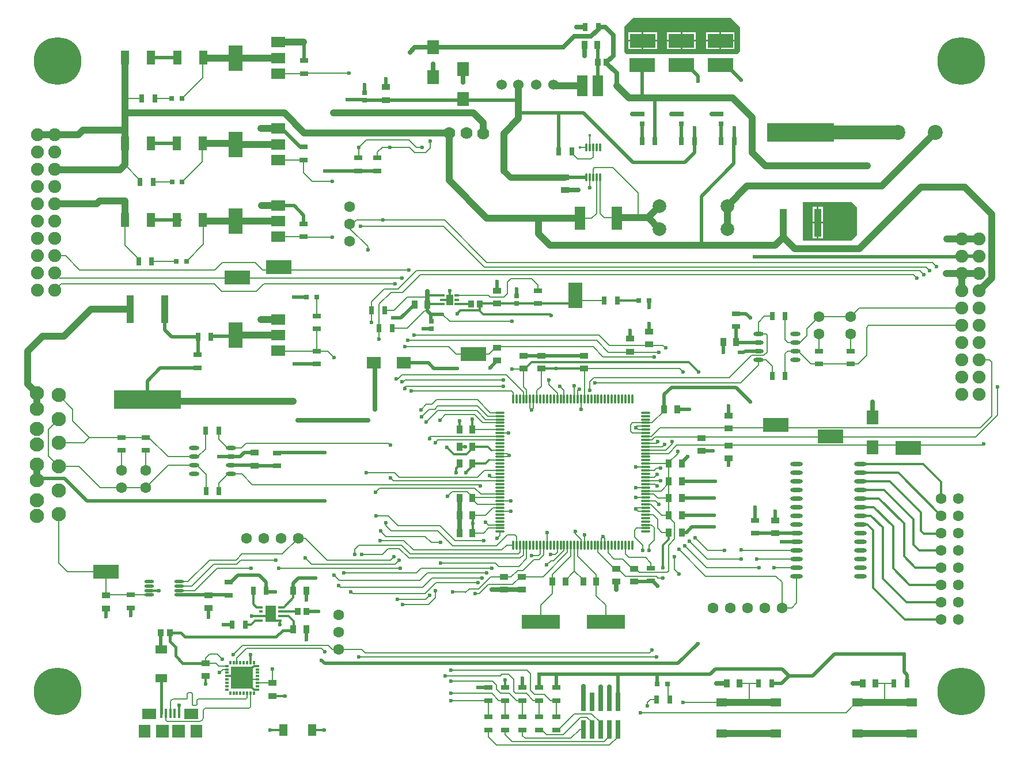
<source format=gtl>
G04 Layer_Physical_Order=1*
G04 Layer_Color=255*
%FSLAX44Y44*%
%MOMM*%
G71*
G01*
G75*
%ADD10C,0.2000*%
%ADD11R,1.3000X0.9000*%
%ADD12R,0.7000X1.3000*%
%ADD13R,0.9000X1.3000*%
%ADD14R,1.4900X2.4000*%
%ADD15R,0.6000X0.3000*%
%ADD16R,1.3000X0.7000*%
%ADD17R,0.4000X1.3500*%
%ADD18R,2.1000X1.6000*%
%ADD19R,1.8000X1.9000*%
%ADD20R,1.9000X1.9000*%
%ADD21R,1.0000X1.6000*%
%ADD22R,0.7000X0.3000*%
%ADD23R,0.7620X2.7940*%
%ADD24O,0.3000X1.4500*%
%ADD25O,1.4500X0.3000*%
%ADD26R,5.6000X2.1000*%
%ADD27R,1.2700X2.1500*%
%ADD28R,3.7000X2.0000*%
%ADD29R,0.8000X0.8000*%
%ADD30R,1.6000X3.5000*%
%ADD31R,1.0500X4.1500*%
%ADD32R,9.8000X2.7000*%
%ADD33O,1.5000X0.6000*%
%ADD34R,1.5200X3.0500*%
%ADD35O,0.3000X1.3500*%
%ADD36R,0.8000X0.8000*%
%ADD37R,0.8000X0.6500*%
%ADD38R,2.0000X3.7000*%
%ADD39R,2.0000X1.5000*%
%ADD40R,2.0000X3.8000*%
%ADD41R,1.2700X1.8200*%
%ADD42R,0.5000X0.3000*%
%ADD43R,0.3000X0.5000*%
%ADD44R,3.2000X3.2000*%
%ADD45R,0.4000X1.3550*%
%ADD46R,1.5500X1.3000*%
%ADD47R,1.8200X1.2700*%
%ADD48R,0.9000X1.0000*%
%ADD49O,1.8500X0.6000*%
%ADD50O,1.4000X0.5000*%
%ADD51R,1.8000X2.1000*%
%ADD52R,2.1000X1.8000*%
%ADD53C,0.3000*%
%ADD54C,0.5000*%
%ADD55C,0.4000*%
%ADD56C,1.0000*%
%ADD57C,0.9000*%
%ADD58C,0.7000*%
%ADD59C,0.5300*%
%ADD60C,2.0000*%
%ADD61C,1.6000*%
%ADD62C,1.5240*%
%ADD63C,1.7780*%
%ADD64C,2.2000*%
%ADD65C,1.9000*%
%ADD66C,7.0000*%
%ADD67C,2.1000*%
%ADD68C,2.0000*%
%ADD69C,0.6000*%
%ADD70C,0.4500*%
G36*
X1351000Y2224000D02*
X1351000Y2188000D01*
X1347000Y2184000D01*
X1184000Y2184000D01*
X1181000Y2187000D01*
X1181000Y2225000D01*
X1193395Y2237395D01*
X1337605D01*
X1351000Y2224000D01*
D02*
G37*
G36*
X1523000Y1959000D02*
X1523000Y1918000D01*
X1515000Y1910000D01*
X1443000D01*
X1443000Y1967000D01*
X1515000Y1967000D01*
X1523000Y1959000D01*
D02*
G37*
%LPC*%
G36*
X1206730Y2202730D02*
X1186960D01*
Y2191460D01*
X1206730D01*
Y2202730D01*
D02*
G37*
G36*
X1263730Y2202730D02*
X1243960D01*
Y2191460D01*
X1263730D01*
Y2202730D01*
D02*
G37*
G36*
X1229040Y2202730D02*
X1209270D01*
Y2191460D01*
X1229040D01*
Y2202730D01*
D02*
G37*
G36*
X1320730Y2216540D02*
X1300960D01*
Y2205270D01*
X1320730D01*
Y2216540D01*
D02*
G37*
G36*
X1206730D02*
X1186960D01*
Y2205270D01*
X1206730D01*
Y2216540D01*
D02*
G37*
G36*
X1229040D02*
X1209270D01*
Y2205270D01*
X1229040D01*
Y2216540D01*
D02*
G37*
G36*
X1343040D02*
X1323270D01*
Y2205270D01*
X1343040D01*
Y2216540D01*
D02*
G37*
G36*
X1286040D02*
X1266270D01*
Y2205270D01*
X1286040D01*
Y2216540D01*
D02*
G37*
G36*
X1320730Y2202730D02*
X1300960D01*
Y2191460D01*
X1320730D01*
Y2202730D01*
D02*
G37*
G36*
X1286040Y2202730D02*
X1266270D01*
Y2191460D01*
X1286040D01*
Y2202730D01*
D02*
G37*
G36*
X1263730Y2216540D02*
X1243960D01*
Y2205270D01*
X1263730D01*
Y2216540D01*
D02*
G37*
G36*
X1343040Y2202730D02*
X1323270D01*
Y2191460D01*
X1343040D01*
Y2202730D01*
D02*
G37*
G36*
X1473190Y1935230D02*
X1466670D01*
Y1913210D01*
X1473190D01*
Y1935230D01*
D02*
G37*
G36*
X1464130D02*
X1457610D01*
Y1913210D01*
X1464130D01*
Y1935230D01*
D02*
G37*
G36*
X1473190Y1959790D02*
X1466670D01*
Y1937770D01*
X1473190D01*
Y1959790D01*
D02*
G37*
G36*
X1464130D02*
X1457610D01*
Y1937770D01*
X1464130D01*
Y1959790D01*
D02*
G37*
%LPD*%
D10*
X624500Y1235750D02*
G03*
X626500Y1237750I0J2000D01*
G01*
X518250Y1235750D02*
G03*
X513500Y1231000I0J-4750D01*
G01*
X507000Y1205000D02*
G03*
X509000Y1203000I2000J0D01*
G01*
X557000D02*
G03*
X562000Y1208000I0J5000D01*
G01*
X565000Y1222000D02*
G03*
X562000Y1219000I0J-3000D01*
G01*
X628000Y1222000D02*
G03*
X631500Y1225500I0J3500D01*
G01*
X556000Y1235750D02*
X624500D01*
X518250D02*
X535000D01*
X513500Y1215000D02*
Y1231000D01*
X957450Y1531950D02*
X997650D01*
X956500Y1531000D02*
X957450Y1531950D01*
X959000Y1528000D02*
Y1531000D01*
X663000Y1260500D02*
X664000Y1261500D01*
X564000Y1288500D02*
X580500D01*
X562000Y1904500D02*
Y1938600D01*
X537100Y1879600D02*
X562000Y1904500D01*
X343400Y1887600D02*
X359400D01*
X380000Y1867000D01*
X579000D01*
X343400Y1862200D02*
X350600Y1855000D01*
X343400Y1836800D02*
X352600Y1846000D01*
X349300Y1435700D02*
Y1507800D01*
Y1435700D02*
X362000Y1423000D01*
X349300Y1682800D02*
X370000Y1662100D01*
Y1645000D02*
Y1662100D01*
Y1645000D02*
X394500Y1620500D01*
X334000Y1632500D02*
X349300Y1647800D01*
X334000Y1593100D02*
Y1632500D01*
Y1593100D02*
X349300Y1577800D01*
Y1612800D02*
X386800D01*
X394500Y1620500D01*
X442000D01*
X349300Y1577800D02*
X379200D01*
X410400Y1546600D01*
X442000D01*
X621500Y1264500D02*
X641500D01*
X526600Y1408350D02*
X539350D01*
X526600Y1395350D02*
X549350D01*
X526600Y1401850D02*
X544850D01*
X854000Y1713000D02*
X1007000D01*
X1032400Y1687600D01*
Y1676700D02*
Y1687600D01*
X1070000Y1698000D02*
Y1705000D01*
X1082400Y1676700D02*
Y1685600D01*
X1070000Y1698000D02*
X1082400Y1685600D01*
X1086000Y1696000D02*
X1092400Y1689600D01*
Y1676700D02*
Y1689600D01*
X1015000Y1689000D02*
X1017400Y1686600D01*
X1114000Y1691000D02*
X1115000D01*
X1112400Y1689400D02*
X1114000Y1691000D01*
X1107400Y1676700D02*
Y1696520D01*
X1228900Y1549000D02*
X1229000D01*
X1212150Y1551950D02*
X1225950D01*
X1228900Y1549000D01*
X1212200Y1557000D02*
X1234000D01*
X1212150Y1556950D02*
X1212200Y1557000D01*
X1224950Y1561950D02*
X1229000Y1566000D01*
X1212150Y1561950D02*
X1224950D01*
Y1571950D02*
X1228000Y1575000D01*
X1234000D01*
X1212150Y1571950D02*
X1224950D01*
X1261000Y1456000D02*
X1300550Y1416450D01*
X1270000Y1461000D02*
X1301850Y1429150D01*
X1277000Y1468000D02*
X1303150Y1441850D01*
X1246500Y1503500D02*
X1255000Y1495000D01*
Y1471000D02*
Y1495000D01*
X1246000Y1462000D02*
X1255000Y1471000D01*
X1246000Y1424000D02*
Y1462000D01*
X1246500Y1531000D02*
Y1553500D01*
Y1556000D01*
X1234950Y1541950D02*
X1246500Y1553500D01*
X1212150Y1541950D02*
X1234950D01*
X984050Y1656950D02*
X997650D01*
X965000Y1676000D02*
X984050Y1656950D01*
X980050Y1651950D02*
X997650D01*
X965000Y1667000D02*
X980050Y1651950D01*
X883000Y1651000D02*
X894000Y1662000D01*
X977050Y1646950D02*
X997650D01*
X964000Y1660000D02*
X977050Y1646950D01*
X973050Y1641950D02*
X997650D01*
X961000Y1654000D02*
X973050Y1641950D01*
X1017400Y1676700D02*
Y1686600D01*
X981000Y1209500D02*
Y1233500D01*
X926000D02*
X981000D01*
X996500Y1233500D02*
X1006000D01*
Y1209500D02*
Y1233500D01*
X926000Y1244000D02*
X986000D01*
X996500Y1233500D01*
X1012000Y1244000D02*
X1022500Y1233500D01*
X1031000D01*
X993000Y1250000D02*
Y1256000D01*
X999000Y1244000D02*
X1012000D01*
X1031000Y1209500D02*
Y1233500D01*
X926000Y1262000D02*
X987000D01*
X993000Y1256000D01*
Y1250000D02*
X999000Y1244000D01*
X1037000D02*
X1047500Y1233500D01*
X1056000D01*
X1018000Y1247000D02*
X1021000Y1244000D01*
X1037000D01*
X1056000Y1209500D02*
Y1233500D01*
X1063000Y1243000D02*
X1072500Y1233500D01*
X1081000D01*
X1043000Y1249000D02*
X1049000Y1243000D01*
X1063000D01*
X1081000Y1209500D02*
Y1233500D01*
X993000Y1168000D02*
X1159000D01*
X981000Y1180000D02*
X993000Y1168000D01*
X1159000D02*
X1171400Y1180400D01*
X1037400Y1676700D02*
Y1690600D01*
X1033000Y1695000D02*
X1037400Y1690600D01*
X1033000Y1695000D02*
Y1721500D01*
X1035500D01*
X1032500Y1721000D02*
X1033000Y1721500D01*
X1016000Y1721000D02*
X1032500D01*
X977000Y1506000D02*
X987950Y1516950D01*
X957500Y1506000D02*
X977000D01*
X987950Y1516950D02*
X997650D01*
X981950Y1586950D02*
X997650D01*
X956500Y1531000D02*
X956500Y1531000D01*
X957500Y1604500D02*
Y1607000D01*
X1195000Y1427500D02*
X1197500D01*
X1246500Y1503500D02*
Y1506000D01*
X1212150Y1626950D02*
X1212200Y1627000D01*
X1239500Y1659500D02*
Y1662000D01*
X1221950Y1641950D02*
X1239500Y1659500D01*
X1212150Y1641950D02*
X1221950D01*
X1246500Y1506000D02*
Y1531000D01*
Y1556000D02*
Y1582000D01*
X1075500Y1390500D02*
Y1409000D01*
X1058500Y1373500D02*
X1075500Y1390500D01*
X957550Y1631950D02*
X997650D01*
X1112500Y1445500D02*
Y1457750D01*
Y1445500D02*
X1139500Y1418500D01*
Y1409000D02*
Y1418500D01*
Y1387500D02*
Y1409000D01*
Y1387500D02*
X1153500Y1373500D01*
Y1349000D02*
Y1373500D01*
X1058500Y1349000D02*
Y1373500D01*
X1102500Y1445500D02*
Y1457750D01*
X1075500Y1418500D02*
X1102500Y1445500D01*
X1075500Y1409000D02*
Y1418500D01*
X1107500Y1424000D02*
X1120500Y1411000D01*
Y1409000D02*
Y1411000D01*
X1107500Y1424000D02*
Y1457750D01*
X467100Y1879600D02*
Y1882900D01*
X446600Y1903400D02*
X467100Y1882900D01*
X446600Y1903400D02*
Y1938600D01*
X1112000Y2030000D02*
X1132000D01*
X1103500Y2038500D02*
X1112000Y2030000D01*
X1103500Y2041000D02*
Y2046000D01*
Y2038500D02*
Y2041000D01*
X1132000Y2030000D02*
X1135000Y2033000D01*
Y2047250D01*
X548600Y1591950D02*
X553950D01*
X565600Y1603600D01*
Y1630600D01*
X548600Y1579250D02*
X552950D01*
X566100Y1566100D01*
Y1541600D02*
Y1566100D01*
X477600Y1572000D02*
Y1601600D01*
X510250Y1579250D02*
X548600D01*
X477600Y1546600D02*
X510250Y1579250D01*
X477600Y1620600D02*
X481600D01*
X510250Y1591950D01*
X548600D01*
X455850Y1388850D02*
X482600D01*
X455600Y1389100D02*
X455850Y1388850D01*
X419600Y1389100D02*
X455600D01*
X418600Y1388100D02*
X419600Y1389100D01*
X531100Y1996600D02*
X560600Y2026100D01*
Y2052600D01*
X490600Y2118600D02*
X515600D01*
X488100Y1996600D02*
X516100D01*
X446600Y2021600D02*
X469100Y1999100D01*
Y1996600D02*
Y1999100D01*
X530600Y2118600D02*
X561600Y2149600D01*
Y2178600D01*
X584600Y1617600D02*
Y1630600D01*
Y1617600D02*
X597550Y1604650D01*
X446600Y2118600D02*
X446600Y2118600D01*
X471600D01*
X585100Y1541600D02*
Y1553100D01*
X598550Y1566550D01*
X1157400Y1450600D02*
Y1462200D01*
Y1450600D02*
X1166000Y1442000D01*
X1192500Y1427500D02*
X1195000D01*
X1178000Y1442000D02*
X1192500Y1427500D01*
X1166000Y1442000D02*
X1178000D01*
X1212150Y1506950D02*
X1223050D01*
X1230000Y1500000D01*
Y1487000D02*
Y1500000D01*
Y1487000D02*
X1236000Y1481000D01*
X1246500D01*
X1212150Y1536950D02*
X1224050D01*
X1230000Y1531000D01*
X1246500D01*
X1212150Y1581950D02*
X1246450D01*
X1052400Y1676700D02*
Y1689400D01*
X1059000Y1696000D01*
Y1721500D01*
X985050Y1601950D02*
X997650D01*
X1097400Y1451400D02*
Y1462200D01*
X1061500Y1415500D02*
X1097400Y1451400D01*
X418600Y1388100D02*
Y1422600D01*
X419000Y1423000D01*
X362000D02*
X419000D01*
X1212150Y1621950D02*
X1220400D01*
X1212150Y1616950D02*
X1221821D01*
X1702400Y1734500D02*
X1717500D01*
X1721000Y1731000D01*
X1729540Y1653469D02*
Y1695000D01*
X1721000Y1652000D02*
Y1731000D01*
X1220400Y1621950D02*
X1233450Y1635000D01*
X1704000D02*
X1721000Y1652000D01*
X1514000Y1728500D02*
X1524500D01*
X1537000Y1741000D02*
Y1782000D01*
X1540300Y1785300D01*
X1524500Y1728500D02*
X1537000Y1741000D01*
X1540300Y1785300D02*
X1677000D01*
X1514000Y1798000D02*
X1526700Y1810700D01*
X1677000D01*
X1467000Y1728500D02*
X1514000D01*
X1432000Y1747650D02*
X1436350D01*
X1455500Y1728500D01*
X1467000D01*
X1432000Y1760350D02*
X1439350D01*
X1449000Y1770000D01*
Y1780000D01*
X1467000Y1798000D01*
X1514000D01*
X1467000Y1747500D02*
Y1772600D01*
X1514000Y1747500D02*
Y1772600D01*
X1417500Y1711000D02*
Y1743500D01*
X1421650Y1747650D01*
X1432000D01*
X1417500Y1764500D02*
Y1799000D01*
Y1764500D02*
X1421650Y1760350D01*
X1432000D01*
X1122000Y1721500D02*
X1122400Y1721100D01*
Y1676700D02*
Y1721100D01*
X1378000Y1734950D02*
X1389050D01*
X1398500Y1711000D02*
Y1725500D01*
X1389050Y1734950D02*
X1398500Y1725500D01*
X1112400Y1676700D02*
Y1689400D01*
X1130000Y1690000D02*
Y1702249D01*
X1135291Y1707540D01*
X1135540D01*
X1136000Y1708000D01*
X1138000Y1701000D02*
X1352000D01*
X1378000Y1727000D01*
Y1734950D01*
Y1773050D02*
Y1790000D01*
X1387000Y1799000D01*
X1398500D01*
X1378000Y1773050D02*
X1388950D01*
X1391000Y1771000D01*
X1368000Y1741000D02*
X1386000D01*
X1391000Y1746000D01*
Y1771000D01*
X1221821Y1616950D02*
X1225871Y1621000D01*
X1697071D02*
X1729540Y1653469D01*
X584500Y1284500D02*
X596500D01*
X580500Y1288500D02*
X584500Y1284500D01*
X641500Y1259500D02*
X664000D01*
X1196000Y1474000D02*
Y1484000D01*
X1198950Y1486950D01*
X1196000Y1474000D02*
X1208000Y1462000D01*
X1198950Y1486950D02*
X1212150D01*
X1208000Y1454000D02*
Y1462000D01*
X1217000Y1462000D02*
X1225000Y1470000D01*
X1212150Y1491950D02*
X1221050D01*
X1217000Y1454000D02*
Y1462000D01*
X1221050Y1491950D02*
X1225000Y1488000D01*
Y1470000D02*
Y1488000D01*
X611500Y1289500D02*
Y1295772D01*
X586000Y1275000D02*
X590500Y1279500D01*
X596500D01*
X1146000Y1189000D02*
Y1191400D01*
X1133300D02*
Y1201700D01*
X1126000Y1209000D02*
X1133300Y1201700D01*
X1146000Y1191400D02*
Y1201000D01*
X1133000Y1214000D02*
X1146000Y1201000D01*
X1158700Y1180700D02*
Y1191400D01*
X1151000Y1173000D02*
X1158700Y1180700D01*
X1171400Y1180400D02*
Y1191400D01*
X1016000Y1173000D02*
X1151000D01*
X1031000Y1182000D02*
Y1190500D01*
Y1182000D02*
X1035000Y1178000D01*
X1102000D01*
X1115400Y1191400D01*
X1120600D01*
X1006000Y1183000D02*
Y1190500D01*
X981000Y1180000D02*
Y1190500D01*
X1117000Y1209000D02*
X1126000D01*
X1006000Y1183000D02*
X1016000Y1173000D01*
X1056000Y1190500D02*
X1059500D01*
X1067000Y1183000D01*
X1091000D01*
X1117000Y1209000D01*
X1081000Y1190500D02*
X1083500D01*
X1107000Y1214000D02*
X1133000D01*
X1083500Y1190500D02*
X1107000Y1214000D01*
X913500Y1801500D02*
X924000Y1791000D01*
X1016000D01*
X959000Y1528000D02*
X965050Y1521950D01*
X997650D01*
X602600Y1604650D02*
X617650D01*
X625000Y1612000D01*
X602600Y1566550D02*
X618450D01*
X1707000Y1609000D02*
X1709000Y1611000D01*
X1246450Y1581950D02*
X1246500Y1582000D01*
Y1583500D01*
X1260000Y1597000D01*
Y1600000D01*
X1212150Y1596950D02*
X1245950D01*
X1258000Y1609000D01*
X1122000Y1721500D02*
X1262500D01*
X1267000Y1717000D01*
X1136000Y1708000D02*
X1335000D01*
X1368000Y1741000D01*
X1212150Y1611950D02*
X1227950D01*
X1230000Y1614000D01*
X1150000Y1739000D02*
X1225000D01*
X1212150Y1606950D02*
X1236950D01*
X1240000Y1610000D01*
X1212150Y1601950D02*
X1241950D01*
X1251000Y1611000D01*
Y1614000D01*
X1238000Y1756000D02*
X1242000Y1752000D01*
X1212150Y1526950D02*
X1227050D01*
X1232000Y1522000D01*
X1212150Y1521950D02*
X1220050D01*
X1236000Y1506000D01*
X1246500D01*
X1017000Y1404000D02*
X1028500Y1415500D01*
X1030000D01*
X1061500D01*
X549350Y1395350D02*
X582000Y1428000D01*
X539350Y1408350D02*
X571000Y1440000D01*
X882000Y1661000D02*
X890000Y1669000D01*
X859000Y1696000D02*
X1003000D01*
X858000Y1695000D02*
X859000Y1696000D01*
X858000Y1692000D02*
Y1695000D01*
X867411Y1689000D02*
X868000D01*
X1015000D01*
X858000Y1705000D02*
X1003000D01*
X854000Y1701000D02*
Y1702000D01*
X544850Y1401850D02*
X577000Y1434000D01*
X1143574Y1771000D02*
X1158574Y1756000D01*
X1140000Y1763000D02*
X1157000Y1746000D01*
X844000Y1434000D02*
X850000Y1440000D01*
X913500Y1816500D02*
X913500Y1816500D01*
X872000Y1771000D02*
X1143574D01*
X863000Y1763000D02*
X1140000D01*
X442100Y1620600D02*
X477600D01*
X442000Y1620500D02*
X442100Y1620600D01*
X442000Y1546600D02*
X477600D01*
X442000Y1546600D02*
X442000Y1546600D01*
X761899Y1410101D02*
X880101D01*
X754000Y1418000D02*
X761899Y1410101D01*
X880101D02*
X891000Y1421000D01*
X979000D01*
X1057400Y1449400D02*
Y1462200D01*
X728600Y1747600D02*
X728600Y1747600D01*
X728600Y1747600D02*
Y1748600D01*
Y1780100D02*
X728600Y1780100D01*
X728600Y1748600D02*
Y1780100D01*
X763799Y1400201D02*
X884201D01*
X898000Y1414000D01*
X972000D01*
X1072450Y1448450D02*
X1079450D01*
X1082400Y1451400D01*
Y1462200D01*
X672100Y1915600D02*
X709600D01*
X1122400Y1462200D02*
Y1477600D01*
X672100Y2028600D02*
X709600D01*
X781974Y1391008D02*
X888009D01*
X904000Y1407000D01*
X966000D01*
X1073000Y1439000D02*
X1077000D01*
X1067000Y1433000D02*
X1073000Y1439000D01*
X1077000D02*
X1092400Y1454400D01*
Y1462200D01*
X672100Y2155600D02*
X710600D01*
X709600Y1915600D02*
X710200Y1915000D01*
X710600Y2155600D02*
X712200Y2154000D01*
X714200Y2156000D02*
X776000D01*
X745000Y1747000D02*
X754000Y1738000D01*
Y1738000D02*
Y1738000D01*
X730200Y1747000D02*
X745000D01*
X761000Y1403000D02*
X763799Y1400201D01*
X710200Y1915000D02*
X752000D01*
X769000Y1421000D02*
X875000D01*
X722000Y1997000D02*
X752000D01*
X779000Y1393000D02*
Y1393983D01*
X709600Y2009400D02*
Y2028600D01*
Y2009400D02*
X722000Y1997000D01*
X875000Y1421000D02*
X882000Y1428000D01*
X986000D01*
X1018000Y1247000D02*
Y1265000D01*
X980950Y1486950D02*
X997650D01*
X957500Y1480000D02*
X974000D01*
X980950Y1486950D01*
X828500Y1807000D02*
X842000D01*
X862000Y1827000D01*
X888000D01*
X891000Y1830000D01*
X837000Y1440000D02*
X842000Y1445000D01*
X848000Y1707000D02*
X854000Y1713000D01*
X846000Y1707000D02*
X848000D01*
X895000Y1619000D02*
Y1621000D01*
X889000Y1382000D02*
X895000Y1388000D01*
X847000Y1382000D02*
X889000D01*
X903000Y1385000D02*
Y1395000D01*
X893000Y1375000D02*
X903000Y1385000D01*
X855000Y1375000D02*
X893000D01*
X984150Y1561950D02*
X997650D01*
X1564000Y1233500D02*
Y1259000D01*
X1564000Y1233500D02*
X1564000Y1233500D01*
X1550500Y1259000D02*
X1564000D01*
X1577500D01*
X837000Y1561000D02*
X841050Y1556950D01*
X997650D01*
X947000Y1393000D02*
X947500Y1392500D01*
X929000Y1393000D02*
X947000D01*
X947500Y1392500D02*
X953000Y1398000D01*
X625000Y1612000D02*
X834000D01*
X837000Y1609000D01*
X1255000Y1426000D02*
Y1445000D01*
Y1426000D02*
X1261000Y1420000D01*
X1267500Y1230500D02*
X1324250D01*
X1365000D02*
Y1259000D01*
X1350500D02*
X1365000D01*
X1378500D01*
X984000Y1827000D02*
X1004000D01*
X839500Y1781000D02*
X862000D01*
X887500Y1806500D01*
X891500D01*
X1215000Y1226000D02*
Y1231000D01*
X1219000Y1235000D01*
X1228500D01*
X791000Y1297636D02*
X1228364D01*
X752000Y1309000D02*
X761000D01*
X746000Y1315000D02*
X752000Y1309000D01*
X1135000Y1754000D02*
X1150000Y1739000D01*
X858000Y1754000D02*
X923000D01*
X995500D02*
X1135000D01*
X994000Y1752500D02*
X995500Y1754000D01*
X638000Y1878000D02*
X649000Y1867000D01*
X590000Y1878000D02*
X638000D01*
X579000Y1867000D02*
X590000Y1878000D01*
X651000Y1846000D02*
X844000D01*
X352600D02*
X578000D01*
X589000Y1835000D01*
X640000D01*
X651000Y1846000D01*
X701400Y1472000D02*
X712000D01*
X744000Y1440000D01*
X837000D01*
X571000D02*
X610000D01*
X712000Y1443000D02*
X721000Y1434000D01*
X844000D01*
X610000Y1440000D02*
X619000Y1449000D01*
X678400D01*
X701400Y1472000D01*
X673000Y1428000D02*
X852000D01*
X617000Y1440000D02*
X669000D01*
X611000Y1434000D02*
X617000Y1440000D01*
X577000Y1434000D02*
X611000D01*
X582000Y1428000D02*
X632000D01*
X442000Y1572000D02*
Y1601500D01*
Y1572000D02*
X442000Y1572000D01*
X1116000Y1943000D02*
X1133000D01*
X1140000Y1950000D01*
Y2002750D01*
X1145000Y1950000D02*
Y2002750D01*
Y1950000D02*
X1151650Y1943350D01*
X1135000Y2002750D02*
Y2015000D01*
X1137000Y2017000D01*
X1164000D01*
X1201000Y1980000D01*
Y1943350D02*
Y1980000D01*
X1434250Y1377250D02*
Y1416450D01*
X1427000Y1370000D02*
X1434250Y1377250D01*
X1412800Y1370000D02*
X1427000D01*
X1412800D02*
Y1407650D01*
X1404000Y1416450D02*
X1412800Y1407650D01*
X1300550Y1416450D02*
X1404000D01*
X1285000Y1473000D02*
X1303450Y1454550D01*
X1327450D01*
X1328000Y1454000D01*
X1205000Y1216000D02*
X1506750D01*
X1245000Y1237500D02*
X1247500Y1235000D01*
X1245000Y1237500D02*
Y1255500D01*
X631500Y1225500D02*
Y1244500D01*
X626500Y1237750D02*
Y1244500D01*
X535000Y1235750D02*
X537124D01*
X538540Y1237166D01*
Y1243694D01*
X539956Y1245110D01*
X544204D01*
X545620Y1243694D01*
Y1235750D02*
Y1243694D01*
Y1227806D02*
Y1235750D01*
Y1227806D02*
X547036Y1226390D01*
X551284D01*
X552700Y1227806D01*
Y1234334D01*
X554116Y1235750D01*
X556000D01*
X1109000Y1829000D02*
X1116000Y1822000D01*
X1151500D01*
X934500Y1829500D02*
X981500D01*
X984000Y1827000D01*
X830000Y1491000D02*
Y1495000D01*
X838000Y1483000D02*
X907000D01*
X830000Y1491000D02*
X838000Y1483000D01*
X820000Y1765000D02*
Y1780500D01*
X820500Y1781000D01*
Y1816500D01*
X838000Y1834000D01*
X855000D01*
X929000Y1461000D02*
X993000D01*
X907000Y1483000D02*
X929000Y1461000D01*
X993000D02*
X1009000Y1477000D01*
X1020000D02*
X1022400Y1474600D01*
Y1462200D02*
Y1474600D01*
X1009000Y1477000D02*
X1020000D01*
X855000Y1834000D02*
X881000Y1860000D01*
X1606000D01*
X1611000Y1855000D01*
X822000Y1483000D02*
X823000D01*
X830000Y1475000D02*
X888000D01*
X809000Y1790000D02*
Y1806500D01*
X809500Y1807000D01*
Y1820500D01*
X828000Y1839000D01*
X848000D01*
X875000Y1866000D01*
X911000Y1436000D02*
X991000D01*
X996000Y1431000D01*
X1026000D01*
X1037400Y1442400D01*
Y1462200D01*
X897000Y1466000D02*
X911000D01*
X875000Y1866000D02*
X1615000D01*
X888000Y1475000D02*
X897000Y1466000D01*
X1615000Y1866000D02*
X1621000Y1860000D01*
X785000Y1448000D02*
Y1456000D01*
X791000Y1462000D01*
X853000D01*
X790000Y2031500D02*
X791000Y2032500D01*
Y2047000D01*
X793000Y1931000D02*
X915000D01*
X791000Y2047000D02*
X802000Y2058000D01*
X866000Y1449000D02*
X1025000D01*
X1027400Y1451400D01*
X853000Y1462000D02*
X866000Y1449000D01*
X1027400Y1451400D02*
Y1462200D01*
X915000Y1931000D02*
X975000Y1871000D01*
X1625000D02*
X1630000Y1866000D01*
X875000Y2047000D02*
X884000D01*
X802000Y2058000D02*
X864000D01*
X875000Y2047000D01*
X975000Y1871000D02*
X1625000D01*
X1116000Y2047000D02*
X1124750D01*
X1125000Y2047250D01*
X777000Y1928000D02*
Y1934600D01*
X795000Y1448000D02*
X825000D01*
X834000Y1457000D01*
X850000D01*
X777000Y1928000D02*
X804000Y1901000D01*
Y1896000D02*
Y1901000D01*
X777000Y1934600D02*
X781600D01*
X787000Y1940000D01*
X826000D01*
X818000Y2031500D02*
Y2040000D01*
X825000Y2047000D01*
X826000Y1940000D02*
X917000D01*
X825000Y2047000D02*
X836000D01*
X864000Y1443000D02*
X1028000D01*
X1032400Y1447400D01*
X850000Y1457000D02*
X864000Y1443000D01*
X1032400Y1447400D02*
Y1462200D01*
X917000Y1940000D02*
X979000Y1878000D01*
X1634000D01*
X1640000Y1872000D01*
X836000Y2047000D02*
X865000D01*
X889000Y2039000D02*
X896000Y2046000D01*
X873000Y2039000D02*
X889000D01*
X865000Y2047000D02*
X873000Y2039000D01*
X896000Y2046000D02*
Y2056000D01*
X1130000Y2047250D02*
Y2065000D01*
X1301850Y1429150D02*
X1379000D01*
X1401000D02*
X1434250D01*
X822000Y1483000D02*
X830000Y1475000D01*
X1484000Y1621000D02*
X1697071D01*
X1225871D02*
X1484000D01*
X854000Y1701000D02*
X858000Y1705000D01*
X1245000Y1255500D02*
X1247500Y1258000D01*
X1151650Y1943350D02*
X1170000D01*
X712200Y2154000D02*
X714200Y2156000D01*
X779000Y1393983D02*
X781974Y1391008D01*
X350600Y1855000D02*
X854000D01*
X1157000Y1746000D02*
X1232000D01*
X486000Y1879000D02*
X522000D01*
X649000Y1867000D02*
X864000D01*
X1158574Y1756000D02*
X1238000D01*
X1092500Y1409000D02*
X1107500Y1424000D01*
X1303150Y1441850D02*
X1353000D01*
X1376000D02*
X1434250D01*
X728600Y1799100D02*
Y1827600D01*
X1353000Y1454550D02*
X1434250D01*
X1233450Y1635000D02*
X1704000D01*
X606000Y1301000D02*
X620000Y1315000D01*
X746000D01*
X910000Y1646000D02*
X918000Y1654000D01*
X961000D01*
X890000Y1643000D02*
X907000Y1660000D01*
X964000D01*
X894000Y1662000D02*
X902000D01*
X907000Y1667000D01*
X965000D01*
X890000Y1669000D02*
X898000D01*
X905000Y1676000D01*
X965000D01*
X895000Y1621000D02*
X895950Y1621950D01*
X997650D01*
X903000Y1613000D02*
X906950Y1616950D01*
X997650D01*
X618450Y1566550D02*
X634000Y1551000D01*
X967000D01*
X969000Y1549000D01*
X982100Y1564000D02*
X984150Y1561950D01*
X921000Y1534000D02*
X928000Y1541000D01*
X950000D01*
X956500Y1534500D01*
X1171500Y1427500D02*
X1183000Y1416000D01*
X1197500Y1427500D02*
X1203000Y1422000D01*
X1244000D01*
X1246000Y1424000D01*
X1230000Y1414000D02*
X1238000D01*
X1183000Y1416000D02*
X1228000D01*
X1230000Y1414000D01*
X1043000Y1249000D02*
Y1273000D01*
X509000Y1203000D02*
X557000D01*
X507000Y1205000D02*
Y1215000D01*
X562000Y1208000D02*
Y1219000D01*
X565000Y1222000D02*
X628000D01*
X565000Y1288500D02*
Y1296000D01*
X571000Y1302000D01*
X582000D01*
X590000Y1294000D01*
X663000Y1260500D02*
X664000Y1259500D01*
X664000Y1259500D02*
Y1261500D01*
Y1280000D01*
X611500Y1295772D02*
X625728Y1310000D01*
X736000D01*
X741000Y1305000D01*
X1014000Y1415000D02*
X1024000Y1425000D01*
X1004500Y1415000D02*
X1014000D01*
X1004000Y1415500D02*
X1004500Y1415000D01*
X991500Y1752500D02*
X994000D01*
X982000Y1743000D02*
X991500Y1752500D01*
X959000Y1743000D02*
X982000D01*
X934000D02*
X959000D01*
X923000Y1754000D02*
X934000Y1743000D01*
X1008750Y1831750D02*
Y1848750D01*
X1014000Y1854000D01*
X1045000D01*
X1054000Y1845000D01*
Y1836500D02*
Y1845000D01*
X1004000Y1827000D02*
X1008750Y1831750D01*
X1130000Y1988000D02*
Y2002750D01*
X1506750Y1216000D02*
X1524250Y1233500D01*
X1067400Y1462200D02*
Y1480600D01*
X1117400Y1462200D02*
Y1470600D01*
X1109000Y1479000D02*
X1117400Y1470600D01*
X1109000Y1479000D02*
Y1482000D01*
X1147400Y1462200D02*
Y1472400D01*
X1150000Y1475000D01*
X1152400Y1462200D02*
Y1472600D01*
X1150000Y1475000D02*
X1152400Y1472600D01*
X1182400Y1449600D02*
Y1462200D01*
Y1449600D02*
X1188000Y1444000D01*
X1212000D01*
X1220000Y1436000D01*
Y1428500D02*
Y1436000D01*
X1199950Y1516950D02*
X1212150D01*
X1198000Y1515000D02*
X1199950Y1516950D01*
X1201050Y1511950D02*
X1212150D01*
X1198000Y1515000D02*
X1201050Y1511950D01*
X1198050Y1531950D02*
X1212150D01*
X1198000Y1532000D02*
X1198050Y1531950D01*
Y1546950D02*
X1212150D01*
X1198000Y1547000D02*
X1198050Y1546950D01*
X1198050Y1576950D02*
X1212150D01*
X1198000Y1577000D02*
X1198050Y1576950D01*
X1190000Y1639000D02*
X1192950Y1641950D01*
X1212150D01*
X1199950Y1636950D02*
X1212150D01*
X1198000Y1635000D02*
X1199950Y1636950D01*
X1201050Y1631950D02*
X1212150D01*
X1198000Y1635000D02*
X1201050Y1631950D01*
X1190000Y1630000D02*
Y1639000D01*
Y1630000D02*
X1193050Y1626950D01*
X1212150D01*
X1117400Y1661400D02*
Y1676700D01*
X1042400Y1663600D02*
Y1676700D01*
X1047400Y1663400D02*
Y1676700D01*
X1042400Y1663600D02*
X1045000Y1661000D01*
X1047400Y1663400D01*
X997650Y1626950D02*
X1010950D01*
X997650Y1596950D02*
X1009050D01*
X1012000Y1594000D01*
X997650Y1591950D02*
X1009950D01*
X1012000Y1594000D01*
X997650Y1526950D02*
X1013950D01*
X1014000Y1527000D01*
X997650Y1511950D02*
X1013950D01*
X1014000Y1512000D01*
X993500Y1472500D02*
X997650Y1476650D01*
Y1481950D01*
X918000Y1270000D02*
X999000D01*
X1011000Y1272000D02*
X1018000Y1265000D01*
X999000Y1270000D02*
X1001000Y1272000D01*
X1011000D01*
X1038000Y1278000D02*
X1043000Y1273000D01*
X926000Y1278000D02*
X1038000D01*
X1218000Y1304000D02*
X1222000Y1308000D01*
X795000Y1309000D02*
X800000Y1304000D01*
X1218000D01*
X761000Y1309000D02*
X795000D01*
X981000Y1404000D02*
X1017000D01*
X968000Y1391000D02*
X981000Y1404000D01*
X963000Y1391000D02*
X968000D01*
X953000Y1398000D02*
X967000D01*
X984500Y1415500D01*
X1004000D01*
X1142400Y1451600D02*
Y1462200D01*
Y1451600D02*
X1166500Y1427500D01*
X1169000D01*
X1055000Y1447000D02*
X1057400Y1449400D01*
X1045000Y1447000D02*
X1055000D01*
X728600Y1748600D02*
X730200Y1747000D01*
X672500Y1747600D02*
X728600D01*
X1062400Y1447400D02*
Y1462200D01*
X1048000Y1441000D02*
X1056000D01*
X1032000Y1425000D02*
X1048000Y1441000D01*
X1056000D02*
X1062400Y1447400D01*
X1024000Y1425000D02*
X1032000D01*
X857000Y1469000D02*
X871000Y1455000D01*
X822000Y1469000D02*
X857000D01*
X871000Y1455000D02*
X1001000D01*
X1008200Y1462200D01*
X1017400D01*
X816000Y1505000D02*
X834000D01*
X910000Y1491000D02*
X932000Y1469000D01*
X834000Y1505000D02*
X848000Y1491000D01*
X910000D01*
X932000Y1469000D02*
X974000D01*
X981050Y1491950D02*
X997650D01*
X977000Y1496000D02*
X981050Y1491950D01*
X815000Y1540000D02*
X821000Y1546000D01*
X961000D02*
X970050Y1536950D01*
X821000Y1546000D02*
X961000D01*
X970050Y1536950D02*
X997650D01*
X843000Y1569000D02*
X850000Y1562000D01*
X802000Y1569000D02*
X843000D01*
X850000Y1562000D02*
X965000D01*
X974950Y1571950D01*
X997650D01*
X1258000Y1609000D02*
X1580000D01*
X1707000D01*
D11*
X664000Y1259500D02*
D03*
Y1240500D02*
D03*
X1403000Y1479500D02*
D03*
Y1498500D02*
D03*
X994000Y1817500D02*
D03*
Y1836500D02*
D03*
X1030000Y1415500D02*
D03*
Y1396500D02*
D03*
X1059000Y1721500D02*
D03*
Y1740500D02*
D03*
X1122000Y1721500D02*
D03*
Y1740500D02*
D03*
X1195000Y1427500D02*
D03*
Y1408500D02*
D03*
X1169000Y1427500D02*
D03*
Y1408500D02*
D03*
X1004000Y1415500D02*
D03*
Y1396500D02*
D03*
X1033000Y1721500D02*
D03*
Y1740500D02*
D03*
X637600Y1579100D02*
D03*
Y1598100D02*
D03*
X1094000Y2003000D02*
D03*
Y1984000D02*
D03*
X418600Y1388100D02*
D03*
Y1369100D02*
D03*
X570000Y1388500D02*
D03*
Y1369500D02*
D03*
X830000Y2116500D02*
D03*
Y2135500D02*
D03*
X1334000Y1608500D02*
D03*
Y1589500D02*
D03*
X1294000Y1619500D02*
D03*
Y1600500D02*
D03*
X1334000Y1633500D02*
D03*
Y1652500D02*
D03*
X565000Y1288500D02*
D03*
Y1269500D02*
D03*
X1189000Y1746500D02*
D03*
Y1765500D02*
D03*
X1217000Y1757500D02*
D03*
Y1776500D02*
D03*
X994000Y1752500D02*
D03*
Y1733500D02*
D03*
D12*
X565600Y1630600D02*
D03*
X584600D02*
D03*
X635500Y1395000D02*
D03*
X654500D02*
D03*
X623500Y1345000D02*
D03*
X604500D02*
D03*
X1417500Y1799000D02*
D03*
X1398500D02*
D03*
X1342500Y2056000D02*
D03*
X1323500D02*
D03*
X1284000Y2056000D02*
D03*
X1265000D02*
D03*
X1226000Y2056000D02*
D03*
X1207000D02*
D03*
X566100Y1541600D02*
D03*
X585100D02*
D03*
X471600Y2118600D02*
D03*
X490600D02*
D03*
X469100Y1996600D02*
D03*
X488100D02*
D03*
X467100Y1879600D02*
D03*
X486100D02*
D03*
X554100Y1768400D02*
D03*
X573100D02*
D03*
X1084500Y2041000D02*
D03*
X1103500D02*
D03*
X1417500Y1711000D02*
D03*
X1398500D02*
D03*
X1142500Y2224000D02*
D03*
X1123500D02*
D03*
X1170500Y1822000D02*
D03*
X1151500D02*
D03*
X820500Y1781000D02*
D03*
X839500D02*
D03*
X809500Y1807000D02*
D03*
X828500D02*
D03*
X1577500Y1259000D02*
D03*
X1596500D02*
D03*
X1228500Y1235000D02*
D03*
X1247500D02*
D03*
X1378500Y1259000D02*
D03*
X1397500D02*
D03*
D13*
X713500Y1395000D02*
D03*
X694500D02*
D03*
X891500Y1816000D02*
D03*
X872500D02*
D03*
X1246500Y1582000D02*
D03*
X1265500D02*
D03*
X1246500Y1531000D02*
D03*
X1265500D02*
D03*
X957500Y1480000D02*
D03*
X938500D02*
D03*
X957500Y1506000D02*
D03*
X938500D02*
D03*
X957500Y1582000D02*
D03*
X938500D02*
D03*
X957500Y1632000D02*
D03*
X938500D02*
D03*
X1246500Y1556000D02*
D03*
X1265500D02*
D03*
X1246500Y1506000D02*
D03*
X1265500D02*
D03*
X957500Y1531000D02*
D03*
X938500D02*
D03*
X957500Y1607000D02*
D03*
X938500D02*
D03*
X1246500Y1481000D02*
D03*
X1265500D02*
D03*
X1239500Y1662000D02*
D03*
X1258500D02*
D03*
X1075500Y1409000D02*
D03*
X1094500D02*
D03*
X1139500Y1409000D02*
D03*
X1120500D02*
D03*
X1141500Y2198000D02*
D03*
X1122500D02*
D03*
X1345500Y1761000D02*
D03*
X1326500D02*
D03*
X1350500Y1259000D02*
D03*
X1331500D02*
D03*
X1550500D02*
D03*
X1531500D02*
D03*
X694500Y1338000D02*
D03*
X713500D02*
D03*
D14*
X661000Y1361000D02*
D03*
D15*
X675000Y1351250D02*
D03*
Y1357750D02*
D03*
Y1364250D02*
D03*
Y1370750D02*
D03*
X647000Y1351250D02*
D03*
Y1357750D02*
D03*
Y1364250D02*
D03*
Y1370750D02*
D03*
D16*
X1373000Y1498500D02*
D03*
Y1479500D02*
D03*
X1054000Y1817500D02*
D03*
Y1836500D02*
D03*
X981000Y1252500D02*
D03*
Y1233500D02*
D03*
X1031000Y1252500D02*
D03*
Y1233500D02*
D03*
X1006000Y1233500D02*
D03*
Y1252500D02*
D03*
X1031000Y1209500D02*
D03*
Y1190500D02*
D03*
X981000Y1209500D02*
D03*
Y1190500D02*
D03*
X1006000Y1209500D02*
D03*
Y1190500D02*
D03*
X1056000Y1252500D02*
D03*
Y1233500D02*
D03*
X1081000Y1252500D02*
D03*
Y1233500D02*
D03*
Y1209500D02*
D03*
Y1190500D02*
D03*
X1056000Y1209500D02*
D03*
Y1190500D02*
D03*
X1220000Y1428500D02*
D03*
Y1409500D02*
D03*
X442000Y1601500D02*
D03*
Y1620500D02*
D03*
X477600Y1601600D02*
D03*
Y1620600D02*
D03*
X670600Y1597600D02*
D03*
Y1578600D02*
D03*
X709600Y1915600D02*
D03*
Y1934600D02*
D03*
Y2028600D02*
D03*
Y2047600D02*
D03*
X710600Y2155600D02*
D03*
Y2174600D02*
D03*
X553600Y1722900D02*
D03*
Y1741900D02*
D03*
X728600Y1747600D02*
D03*
Y1728600D02*
D03*
X728600Y1780100D02*
D03*
Y1799100D02*
D03*
X455600Y1389100D02*
D03*
Y1370100D02*
D03*
X599000Y1407500D02*
D03*
Y1388500D02*
D03*
X818000Y2012500D02*
D03*
Y2031500D02*
D03*
X790000Y2012500D02*
D03*
Y2031500D02*
D03*
X1345000Y1802500D02*
D03*
Y1783500D02*
D03*
X1514000Y1747500D02*
D03*
Y1728500D02*
D03*
X1467000Y1747500D02*
D03*
Y1728500D02*
D03*
D17*
X500500Y1215000D02*
D03*
X526500D02*
D03*
X520000D02*
D03*
X513500D02*
D03*
D18*
X482500Y1213750D02*
D03*
X544500Y1213750D02*
D03*
D19*
X475500Y1188250D02*
D03*
X551500Y1188250D02*
D03*
D20*
X501500Y1188250D02*
D03*
X525500D02*
D03*
D21*
X924000Y1823000D02*
D03*
D22*
X913500Y1816500D02*
D03*
Y1823000D02*
D03*
Y1829500D02*
D03*
X934500D02*
D03*
Y1823000D02*
D03*
Y1816500D02*
D03*
D23*
X1171400Y1232000D02*
D03*
X1158700D02*
D03*
X1146000D02*
D03*
X1133300D02*
D03*
X1120600D02*
D03*
Y1191400D02*
D03*
X1133300D02*
D03*
X1146000D02*
D03*
X1158700D02*
D03*
X1171400D02*
D03*
D24*
X1017400Y1462200D02*
D03*
X1022400D02*
D03*
X1027400D02*
D03*
X1032400D02*
D03*
X1037400D02*
D03*
X1042400D02*
D03*
X1047400D02*
D03*
X1052400D02*
D03*
X1057400D02*
D03*
X1062400D02*
D03*
X1067400D02*
D03*
X1072400D02*
D03*
X1077400D02*
D03*
X1082400D02*
D03*
X1087400D02*
D03*
X1092400D02*
D03*
X1097400D02*
D03*
X1102400D02*
D03*
X1107400D02*
D03*
X1112400D02*
D03*
X1117400D02*
D03*
X1122400D02*
D03*
X1127400D02*
D03*
X1132400D02*
D03*
X1137400D02*
D03*
X1142400D02*
D03*
X1147400D02*
D03*
X1152400D02*
D03*
X1157400D02*
D03*
X1162400D02*
D03*
X1167400D02*
D03*
X1172400D02*
D03*
X1177400D02*
D03*
X1182400D02*
D03*
X1187400D02*
D03*
X1192400D02*
D03*
Y1676700D02*
D03*
X1187400D02*
D03*
X1182400D02*
D03*
X1177400D02*
D03*
X1172400D02*
D03*
X1167400D02*
D03*
X1162400D02*
D03*
X1157400D02*
D03*
X1152400D02*
D03*
X1147400D02*
D03*
X1142400D02*
D03*
X1137400D02*
D03*
X1132400D02*
D03*
X1127400D02*
D03*
X1122400D02*
D03*
X1117400D02*
D03*
X1112400D02*
D03*
X1107400D02*
D03*
X1102400D02*
D03*
X1097400D02*
D03*
X1092400D02*
D03*
X1087400D02*
D03*
X1082400D02*
D03*
X1077400D02*
D03*
X1072400D02*
D03*
X1067400D02*
D03*
X1062400D02*
D03*
X1057400D02*
D03*
X1052400D02*
D03*
X1047400D02*
D03*
X1042400D02*
D03*
X1037400D02*
D03*
X1032400D02*
D03*
X1027400D02*
D03*
X1022400D02*
D03*
X1017400D02*
D03*
D25*
X1212150Y1481950D02*
D03*
Y1486950D02*
D03*
Y1491950D02*
D03*
Y1496950D02*
D03*
Y1501950D02*
D03*
Y1506950D02*
D03*
Y1511950D02*
D03*
Y1516950D02*
D03*
Y1521950D02*
D03*
Y1526950D02*
D03*
Y1531950D02*
D03*
Y1536950D02*
D03*
Y1541950D02*
D03*
Y1546950D02*
D03*
Y1551950D02*
D03*
Y1556950D02*
D03*
Y1561950D02*
D03*
Y1566950D02*
D03*
Y1571950D02*
D03*
Y1576950D02*
D03*
Y1581950D02*
D03*
Y1586950D02*
D03*
Y1591950D02*
D03*
Y1596950D02*
D03*
Y1601950D02*
D03*
Y1606950D02*
D03*
Y1611950D02*
D03*
Y1616950D02*
D03*
Y1621950D02*
D03*
Y1626950D02*
D03*
Y1631950D02*
D03*
Y1636950D02*
D03*
Y1641950D02*
D03*
Y1646950D02*
D03*
Y1651950D02*
D03*
Y1656950D02*
D03*
X997650D02*
D03*
Y1651950D02*
D03*
Y1646950D02*
D03*
Y1641950D02*
D03*
Y1636950D02*
D03*
Y1631950D02*
D03*
Y1626950D02*
D03*
Y1621950D02*
D03*
Y1616950D02*
D03*
Y1611950D02*
D03*
Y1606950D02*
D03*
Y1601950D02*
D03*
Y1596950D02*
D03*
Y1591950D02*
D03*
Y1586950D02*
D03*
Y1581950D02*
D03*
Y1576950D02*
D03*
Y1571950D02*
D03*
Y1566950D02*
D03*
Y1561950D02*
D03*
Y1556950D02*
D03*
Y1551950D02*
D03*
Y1546950D02*
D03*
Y1541950D02*
D03*
Y1536950D02*
D03*
Y1531950D02*
D03*
Y1526950D02*
D03*
Y1521950D02*
D03*
Y1516950D02*
D03*
Y1511950D02*
D03*
Y1506950D02*
D03*
Y1501950D02*
D03*
Y1496950D02*
D03*
Y1491950D02*
D03*
Y1486950D02*
D03*
Y1481950D02*
D03*
D26*
X1153500Y1349000D02*
D03*
X1058500D02*
D03*
D27*
X447000Y1940000D02*
D03*
X485000D02*
D03*
X561000Y1940000D02*
D03*
X523000D02*
D03*
X447000Y2179000D02*
D03*
X485000D02*
D03*
X447000Y2053000D02*
D03*
X485000D02*
D03*
X561000D02*
D03*
X523000D02*
D03*
X562000Y2179000D02*
D03*
X524000D02*
D03*
D28*
X1598000Y1605000D02*
D03*
X1484000Y1622000D02*
D03*
X1207000Y2168000D02*
D03*
X1322000D02*
D03*
X1265000Y2204000D02*
D03*
X419000Y1423000D02*
D03*
X959000Y1743000D02*
D03*
X612000Y1856000D02*
D03*
X673000Y1871000D02*
D03*
X1322000Y2204000D02*
D03*
X1208000D02*
D03*
X1404000Y1639000D02*
D03*
X1265000Y2168000D02*
D03*
D29*
X713500Y1827000D02*
D03*
X728500D02*
D03*
X515600Y2118600D02*
D03*
X530600D02*
D03*
X516100Y1996600D02*
D03*
X531100D02*
D03*
X522100Y1879600D02*
D03*
X537100D02*
D03*
X1202500Y1822000D02*
D03*
X1217500D02*
D03*
X1229500Y1258000D02*
D03*
X1244500D02*
D03*
D30*
X1116000Y1943000D02*
D03*
X1170000D02*
D03*
D31*
X505000Y1808900D02*
D03*
X454200D02*
D03*
X1414600Y1936500D02*
D03*
X1465400D02*
D03*
D32*
X479600Y1676400D02*
D03*
X1440000Y2069000D02*
D03*
D33*
X548600Y1604650D02*
D03*
Y1591950D02*
D03*
Y1579250D02*
D03*
Y1566550D02*
D03*
X602600Y1604650D02*
D03*
Y1591950D02*
D03*
Y1579250D02*
D03*
Y1566550D02*
D03*
X1378000Y1773050D02*
D03*
Y1760350D02*
D03*
Y1747650D02*
D03*
Y1734950D02*
D03*
X1432000Y1773050D02*
D03*
Y1760350D02*
D03*
Y1747650D02*
D03*
Y1734950D02*
D03*
D34*
X1119100Y2138000D02*
D03*
X1142000D02*
D03*
D35*
X1145000Y2047250D02*
D03*
X1140000D02*
D03*
X1135000D02*
D03*
X1130000D02*
D03*
X1125000D02*
D03*
X1145000Y2002750D02*
D03*
X1140000D02*
D03*
X1135000D02*
D03*
X1130000D02*
D03*
X1125000D02*
D03*
D36*
X1207000Y2081500D02*
D03*
Y2096500D02*
D03*
X1265000Y2081500D02*
D03*
Y2096500D02*
D03*
X1323000Y2081500D02*
D03*
Y2096500D02*
D03*
D37*
X799000Y2127500D02*
D03*
Y2116500D02*
D03*
X1023000Y1817500D02*
D03*
Y1828500D02*
D03*
X897000Y1791500D02*
D03*
Y1780500D02*
D03*
D38*
X1109000Y1829000D02*
D03*
D39*
X672100Y2155600D02*
D03*
Y2178600D02*
D03*
Y2201600D02*
D03*
Y2028600D02*
D03*
Y2051600D02*
D03*
Y2074600D02*
D03*
Y1915600D02*
D03*
Y1938600D02*
D03*
Y1961600D02*
D03*
X672500Y1748000D02*
D03*
Y1771000D02*
D03*
Y1794000D02*
D03*
D40*
X609100Y2178600D02*
D03*
Y2051600D02*
D03*
Y1938600D02*
D03*
X609500Y1771000D02*
D03*
D41*
X679800Y1190000D02*
D03*
X722200D02*
D03*
D42*
X596500Y1284500D02*
D03*
Y1279500D02*
D03*
Y1274500D02*
D03*
Y1269500D02*
D03*
Y1264500D02*
D03*
Y1259500D02*
D03*
Y1254500D02*
D03*
Y1249500D02*
D03*
X641500D02*
D03*
Y1254500D02*
D03*
Y1259500D02*
D03*
Y1264500D02*
D03*
Y1269500D02*
D03*
Y1274500D02*
D03*
Y1279500D02*
D03*
Y1284500D02*
D03*
D43*
X601500Y1244500D02*
D03*
X606500D02*
D03*
X611500D02*
D03*
X616500D02*
D03*
X621500D02*
D03*
X626500D02*
D03*
X631500D02*
D03*
X636500D02*
D03*
Y1289500D02*
D03*
X631500D02*
D03*
X626500D02*
D03*
X621500D02*
D03*
X616500D02*
D03*
X611500D02*
D03*
X606500D02*
D03*
X601500D02*
D03*
D44*
X619000Y1267000D02*
D03*
D45*
X507000Y1215000D02*
D03*
D46*
X1324250Y1230500D02*
D03*
X1403750D02*
D03*
X1324250Y1185500D02*
D03*
X1403750D02*
D03*
X1524250Y1230500D02*
D03*
X1603750D02*
D03*
X1524250Y1185500D02*
D03*
X1603750D02*
D03*
D47*
X500000Y1266000D02*
D03*
Y1308400D02*
D03*
D48*
X955500Y1817000D02*
D03*
X968500D02*
D03*
X499500Y1333000D02*
D03*
X512500D02*
D03*
X700500Y1364250D02*
D03*
X713500D02*
D03*
X1142000Y2172000D02*
D03*
X1155000D02*
D03*
D49*
X1527750Y1416450D02*
D03*
Y1429150D02*
D03*
Y1441850D02*
D03*
Y1454550D02*
D03*
Y1467250D02*
D03*
Y1479950D02*
D03*
Y1492650D02*
D03*
Y1505350D02*
D03*
Y1518050D02*
D03*
Y1530750D02*
D03*
Y1543450D02*
D03*
Y1556150D02*
D03*
Y1568850D02*
D03*
Y1581550D02*
D03*
X1434250Y1416450D02*
D03*
Y1429150D02*
D03*
Y1441850D02*
D03*
Y1454550D02*
D03*
Y1467250D02*
D03*
Y1479950D02*
D03*
Y1492650D02*
D03*
Y1505350D02*
D03*
Y1518050D02*
D03*
Y1530750D02*
D03*
Y1543450D02*
D03*
Y1556150D02*
D03*
Y1568850D02*
D03*
Y1581550D02*
D03*
D50*
X526600Y1388850D02*
D03*
Y1395350D02*
D03*
Y1401850D02*
D03*
Y1408350D02*
D03*
X482600Y1388850D02*
D03*
Y1395350D02*
D03*
Y1401850D02*
D03*
Y1408350D02*
D03*
D51*
X1546000Y1650000D02*
D03*
Y1606000D02*
D03*
X944000Y2162000D02*
D03*
Y2118000D02*
D03*
X900000Y2150000D02*
D03*
Y2194000D02*
D03*
D52*
X813000Y1730000D02*
D03*
X857000D02*
D03*
D53*
X661000Y1358000D02*
X667750Y1351250D01*
X1059000Y1721500D02*
X1116500D01*
X994000Y1817500D02*
X1054000D01*
X891000Y1816500D02*
X913500D01*
X956500Y1531000D02*
X957750Y1529750D01*
X695000Y1337000D02*
Y1350000D01*
X694500Y1384500D02*
Y1395000D01*
X680750Y1370750D02*
X694500Y1384500D01*
X675000Y1370750D02*
X680750D01*
X635500Y1375500D02*
Y1395000D01*
Y1375500D02*
X640250Y1370750D01*
X647000D01*
X623500Y1345000D02*
X632000D01*
X638250Y1351250D01*
X647000D01*
X687250Y1357750D02*
X695000Y1350000D01*
X675000Y1357750D02*
X687250D01*
X616500Y1269500D02*
X619000Y1267000D01*
X596500Y1269500D02*
X616500D01*
X619000Y1267000D02*
X621500Y1264500D01*
X636500Y1249500D02*
X641500D01*
X636500Y1284500D02*
X641500D01*
X660750Y1357750D02*
X661000Y1358000D01*
X647000Y1357750D02*
X660750D01*
X667750Y1351250D02*
X675000D01*
X1035500Y1721500D02*
X1045000Y1731000D01*
X1246500Y1470500D02*
Y1481000D01*
X1238000Y1462000D02*
X1246500Y1470500D01*
X1238000Y1429000D02*
Y1462000D01*
X957000Y1632500D02*
Y1647000D01*
X1169000Y1427500D02*
X1171500D01*
X1120040Y1723460D02*
X1122000Y1721500D01*
X1118460Y1723460D02*
X1120040D01*
X1116500Y1721500D02*
X1118460Y1723460D01*
X1072500Y1801500D02*
X1073000Y1801000D01*
X977000Y1582000D02*
X981950Y1586950D01*
X980000Y1607000D02*
X985050Y1601950D01*
X957500Y1607000D02*
X980000D01*
X949000Y1596000D02*
X957500Y1604500D01*
X930000Y1596000D02*
X949000D01*
X920000Y1606000D02*
X930000Y1596000D01*
X994000Y1817500D02*
X994000Y1817500D01*
X969500Y1817500D02*
X994000D01*
X957500Y1632000D02*
X957550Y1631950D01*
X957000Y1632500D02*
X957500Y1632000D01*
Y1582000D02*
X977000D01*
X1045000Y1731000D02*
X1276000D01*
X1290000Y1717000D01*
X1006000Y1252500D02*
Y1264000D01*
X722200Y1190000D02*
X740000D01*
X660000D02*
X679800D01*
X664000Y1240500D02*
X682500D01*
X565000Y1258000D02*
Y1269500D01*
X957500Y1506000D02*
X958000Y1505500D01*
Y1494000D02*
Y1505500D01*
X957500Y1480000D02*
X958000Y1480500D01*
Y1494000D01*
X891500Y1829500D02*
X913500D01*
X891000Y1830000D02*
X891500Y1829500D01*
X913500Y1823000D02*
X924000D01*
X948000Y1569000D02*
X957500Y1578500D01*
Y1582000D01*
X1170500Y1822000D02*
X1202500D01*
X1054000Y1817500D02*
X1107500D01*
X1109000Y1819000D01*
Y1829000D01*
X1170000Y1943000D02*
Y1943350D01*
X934500Y1816500D02*
X955000D01*
X955500Y1817000D01*
X940000Y1807000D02*
X967000D01*
X935000Y1802000D02*
X940000Y1807000D01*
X973500Y1801500D02*
X1072500D01*
X968500Y1806500D02*
X973500Y1801500D01*
X968500Y1806500D02*
Y1817000D01*
X675000Y1364250D02*
X700500D01*
X1527750Y1581550D02*
X1620450D01*
X1647000Y1555000D01*
Y1530800D02*
Y1555000D01*
X1527750Y1568850D02*
X1583550D01*
X1527750Y1556150D02*
X1570850D01*
X1595600Y1378400D02*
X1647000D01*
X1561000Y1413000D02*
X1595600Y1378400D01*
X1576000Y1428000D02*
X1600200Y1403800D01*
X1647000D01*
X1608800Y1429200D02*
X1647000D01*
X1592000Y1446000D02*
X1608800Y1429200D01*
X1527750Y1492650D02*
X1538350D01*
X1547000Y1484000D01*
X1614400Y1454600D02*
X1647000D01*
X1606000Y1463000D02*
X1614400Y1454600D01*
X1621000Y1479000D02*
X1646000D01*
X1647000Y1480000D01*
X1583550Y1568850D02*
X1647000Y1505400D01*
X1527750Y1543450D02*
X1562550D01*
X1606000Y1500000D01*
Y1463000D02*
Y1500000D01*
X1527750Y1530750D02*
X1555250D01*
X1592000Y1494000D01*
Y1446000D02*
Y1494000D01*
X1527750Y1518050D02*
X1547950D01*
X1576000Y1490000D01*
Y1428000D02*
Y1490000D01*
X1527750Y1505350D02*
X1543650D01*
X1561000Y1488000D01*
Y1413000D02*
Y1488000D01*
X1617000Y1483000D02*
X1621000Y1479000D01*
X1617000Y1483000D02*
Y1510000D01*
X1570850Y1556150D02*
X1617000Y1510000D01*
X1547000Y1399000D02*
Y1484000D01*
Y1399000D02*
X1593000Y1353000D01*
X1647000D01*
X633250Y1357750D02*
X647000D01*
X675000Y1345000D02*
Y1351250D01*
X482600Y1395350D02*
X496650D01*
X924000Y1823000D02*
Y1836000D01*
X938500Y1632000D02*
Y1644500D01*
Y1607000D02*
X947000D01*
X947000Y1607000D01*
X938500Y1579500D02*
Y1582000D01*
X934000Y1575000D02*
X938500Y1579500D01*
X934000Y1569000D02*
Y1575000D01*
X956500Y1531000D02*
Y1534500D01*
X526500Y1215000D02*
Y1226500D01*
X621500Y1264500D02*
X630000Y1256000D01*
Y1278000D02*
X636500Y1284500D01*
X630000Y1256000D02*
X636500Y1249500D01*
X619000Y1267000D02*
X630000Y1278000D01*
X631500Y1289500D02*
Y1301500D01*
D54*
X896500Y1793000D02*
X898000Y1791500D01*
X713500Y1364250D02*
X731250D01*
X671200Y1597000D02*
X672200Y1598000D01*
X830000Y2116500D02*
X1024750D01*
X485000Y1940000D02*
X528000D01*
X318000Y2013000D02*
Y2014600D01*
X315450Y1580550D02*
X317300D01*
Y1557550D02*
X319750Y1560000D01*
X358000D01*
X391000Y1527000D01*
X741000D01*
X613000Y1418000D02*
X644000D01*
X602500Y1407500D02*
X613000Y1418000D01*
X599000Y1407500D02*
X602500D01*
X654500Y1395000D02*
Y1407500D01*
X644000Y1418000D02*
X654500Y1407500D01*
X702000Y1414000D02*
X727000D01*
X694500Y1406500D02*
X702000Y1414000D01*
X694500Y1395000D02*
Y1406500D01*
X1373000Y1479500D02*
X1373000Y1479500D01*
X1403000D01*
X1403550Y1479950D02*
X1434250D01*
X1207000Y2081500D02*
X1207000Y2081500D01*
X1265000Y2056000D02*
Y2081500D01*
X1265000Y2081500D02*
X1265000Y2081500D01*
X1323000Y2057000D02*
Y2081500D01*
X1094000Y2003000D02*
X1123210D01*
X1270000Y2025000D02*
X1284000Y2039000D01*
Y2056000D01*
X602600Y1579250D02*
X634950D01*
X573100Y1768400D02*
X573600Y1768900D01*
X554100Y1742400D02*
Y1768400D01*
X553600Y1741900D02*
X554100Y1742400D01*
X505000Y1779000D02*
Y1808900D01*
Y1779000D02*
X515600Y1768400D01*
X554100D01*
X637600Y1579100D02*
X670100D01*
X670600Y1578600D01*
X1253000Y2025000D02*
X1270000D01*
X1194000D02*
X1253000D01*
X1121000Y2098000D02*
X1194000Y2025000D01*
X1084500Y2041000D02*
Y2097500D01*
X1084000Y2098000D02*
X1084500Y2097500D01*
X1025250Y2098000D02*
X1084000D01*
X1121000D01*
X1345500Y1761000D02*
Y1783000D01*
X1345000Y1783500D02*
X1345500Y1783000D01*
Y1761000D02*
X1346150Y1760350D01*
X1378000D01*
X1373000Y1498500D02*
Y1518000D01*
X1345000Y1694000D02*
X1366000Y1673000D01*
X1250000Y1694000D02*
X1345000D01*
X1239500Y1683500D02*
X1250000Y1694000D01*
X1239500Y1662000D02*
Y1683500D01*
X1345000Y1802500D02*
X1359500D01*
X1366000Y1796000D01*
X774000Y2117000D02*
X798500D01*
X799000Y2116500D01*
X830000D01*
X830000Y2116500D01*
X1024750D02*
X1025250Y2117000D01*
X670600Y1597600D02*
X671200Y1597000D01*
X672200Y1598000D02*
X673200Y1597000D01*
X674200Y1598000D01*
X741000D01*
Y2012000D02*
X789500D01*
X790000Y2012500D01*
X818000D01*
X479600Y1676400D02*
Y1703600D01*
X498900Y1722900D01*
X553600D01*
X896500Y1801500D02*
X913500D01*
X891500Y1806500D02*
Y1816000D01*
X1592000Y1276000D02*
Y1302000D01*
Y1276000D02*
X1596500Y1271500D01*
Y1259000D02*
Y1271500D01*
X1397500Y1259000D02*
X1412000D01*
X891500Y1806500D02*
X896500Y1801500D01*
Y1793000D02*
Y1801500D01*
X499500Y1308900D02*
X500000Y1308400D01*
X499500Y1308900D02*
Y1333000D01*
X1372000Y1886000D02*
X1676100D01*
X1677000Y1886900D01*
X1702400D01*
X1294000Y1975000D02*
X1342000Y2023000D01*
X1294000Y1903000D02*
Y1975000D01*
X526600Y1388850D02*
X599000D01*
X1207000Y2054000D02*
Y2081500D01*
X1403000Y1480500D02*
X1403550Y1479950D01*
X1412250Y1467250D02*
X1434250D01*
X418600Y1357400D02*
Y1369100D01*
X455600Y1358400D02*
Y1370100D01*
X592000Y1345000D02*
X604500D01*
X570000Y1356000D02*
Y1369500D01*
X713500Y1323500D02*
Y1338000D01*
Y1381500D02*
Y1395000D01*
X622100Y1598100D02*
X637600D01*
X615950Y1591950D02*
X622100Y1598100D01*
X602600Y1591950D02*
X615950D01*
X584950D02*
X602600D01*
X695600Y1728600D02*
X728600D01*
X695000Y1827000D02*
X713500D01*
X485000Y2053000D02*
X523000D01*
X485000Y2179000D02*
X524000D01*
X709600Y1934600D02*
Y1947400D01*
X695400Y1961600D02*
X709600Y1947400D01*
X672100Y1961600D02*
X695400D01*
X672100Y2074600D02*
X677400D01*
X704400Y2047600D01*
X709600D01*
X710600Y2174600D02*
Y2200600D01*
X709600Y2201600D02*
X710600Y2200600D01*
X799000Y2127500D02*
Y2139000D01*
X830000Y2135500D02*
Y2148000D01*
X852500Y1796000D02*
X872500Y1816000D01*
X841000Y1796000D02*
X852500D01*
X885500Y1780500D02*
X897000D01*
X1195000Y1408500D02*
X1219000D01*
X1220000Y1409500D01*
X1222500D01*
X1230000Y1402000D01*
X1265500Y1481000D02*
X1272000D01*
X1280000Y1489000D01*
X1313000D01*
X1265500Y1531000D02*
X1313000D01*
X1265500Y1556000D02*
X1315000D01*
X1334000Y1580000D02*
Y1589500D01*
X1294000Y1600500D02*
X1311500D01*
X1265500Y1582000D02*
Y1583500D01*
X1274000Y1592000D01*
X1265500Y1506000D02*
X1265500Y1506000D01*
X1313000D01*
X1334000Y1652500D02*
Y1667000D01*
X1258500Y1662000D02*
X1277000D01*
X1403000Y1498500D02*
Y1512000D01*
X656500Y1393000D02*
X668000D01*
X654500Y1395000D02*
X656500Y1393000D01*
X1217000Y1821500D02*
X1217500Y1822000D01*
X1217000Y1812000D02*
Y1821500D01*
Y1776500D02*
Y1788000D01*
X1189000Y1765500D02*
Y1778000D01*
X1099500Y1740500D02*
X1122000D01*
X1059000D02*
X1099500D01*
X1033000D02*
X1059000D01*
X983500Y1723000D02*
X994000Y1733500D01*
X994000Y1836500D02*
Y1850000D01*
X1023000Y1828500D02*
Y1839000D01*
X1326500Y1745500D02*
Y1761000D01*
X1358650Y1747650D02*
X1378000D01*
X1356500Y1745500D02*
X1358650Y1747650D01*
X1350000Y1745500D02*
X1356500D01*
X1226000Y2056000D02*
Y2120000D01*
X1207000D02*
Y2168000D01*
X1284000Y2056000D02*
Y2076000D01*
X1289000Y2144000D02*
Y2152000D01*
X1273000Y2168000D02*
X1289000Y2152000D01*
X1322000Y2168000D02*
X1331000D01*
X1353000Y2146000D01*
X1342500Y2056000D02*
Y2075500D01*
X1342000Y2023000D02*
Y2057000D01*
X1412000Y1259000D02*
X1423000Y1270000D01*
X1490000Y1302000D02*
X1592000D01*
X1423000Y1270000D02*
X1458000D01*
X1490000Y1302000D01*
X1413000Y1280000D02*
X1423000Y1270000D01*
X1315000Y1280000D02*
X1413000D01*
X1307000Y1272000D02*
X1315000Y1280000D01*
X965500Y1252500D02*
X981000D01*
X1031000D02*
Y1266000D01*
X1171400Y1232000D02*
Y1271400D01*
X1229500Y1258000D02*
Y1271500D01*
X1230000Y1272000D01*
X1307000D01*
X1056000Y1252500D02*
Y1272000D01*
X1081000Y1252500D02*
Y1272000D01*
X1056000D02*
X1081000D01*
X1230000D01*
X736000Y1293000D02*
X741000Y1288000D01*
X1260000D01*
X1289000Y1317000D01*
X573600Y1768900D02*
X609500D01*
X901000Y1722000D02*
X935000D01*
X893000Y1730000D02*
X901000Y1722000D01*
X857000Y1730000D02*
X893000D01*
D55*
X679000Y1337000D02*
X695000D01*
X669000Y1327000D02*
X679000Y1337000D01*
X500500Y1215000D02*
Y1265500D01*
X500000Y1266000D02*
X500500Y1265500D01*
X531500Y1288500D02*
X564000D01*
X512500Y1333000D02*
X529000D01*
X535000Y1327000D01*
X669000D01*
X512500Y1320500D02*
Y1333000D01*
Y1320500D02*
X521000Y1312000D01*
Y1299000D02*
Y1312000D01*
Y1299000D02*
X531500Y1288500D01*
D56*
X562000Y1938600D02*
X609100D01*
X561600Y2178600D02*
X606100D01*
X343400Y1963800D02*
X405000D01*
X409800Y1968600D01*
X446600D01*
X439000Y2014000D02*
X446600Y2021600D01*
X344000Y2014000D02*
X439000D01*
X385000Y2072000D02*
X446600D01*
X378400Y2065400D02*
X385000Y2072000D01*
X446600D02*
Y2099000D01*
X343400Y2065400D02*
X378400D01*
X343400Y2014600D02*
X344000Y2014000D01*
X318000Y2065400D02*
X343400D01*
X446600Y2099000D02*
Y2118600D01*
Y2099000D02*
X447600Y2098000D01*
X681000D01*
X710500Y2068500D01*
X317300Y1557550D02*
Y1580550D01*
Y1662550D02*
Y1685550D01*
X304000Y1698850D02*
X317300Y1685550D01*
X304000Y1698850D02*
Y1747000D01*
X326000Y1769000D01*
X357000D01*
X396900Y1808900D01*
X454200D01*
X1003750Y2012250D02*
X1004000Y2012000D01*
X1003750Y2012250D02*
Y2067750D01*
X753500Y2098000D02*
X959000D01*
X923250Y1998750D02*
X979000Y1943000D01*
X923250Y1998750D02*
Y2068500D01*
X1119010Y2137910D02*
X1119100Y2138000D01*
X973500Y2067750D02*
Y2083500D01*
X959000Y2098000D02*
X973500Y2083500D01*
X1003750Y2067750D02*
X1025250Y2089250D01*
Y2098000D01*
X1076500Y2139000D02*
X1077500Y2138000D01*
X446600Y2118600D02*
Y2178600D01*
X454200Y1808900D02*
Y1823000D01*
X1077500Y2138000D02*
X1119100D01*
X1025250Y2098000D02*
Y2117000D01*
Y2139250D01*
X710500Y2068500D02*
X923250D01*
X482000Y1674000D02*
X694000D01*
X479600Y1676400D02*
X482000Y1674000D01*
X1055000Y1920000D02*
Y1943000D01*
Y1920000D02*
X1072000Y1903000D01*
X1055000Y1943000D02*
X1116000D01*
X1403000Y1903000D02*
X1414600Y1914600D01*
X979000Y1943000D02*
X1055000D01*
X1524250Y1230500D02*
X1603750D01*
X1324250D02*
X1365000D01*
X1403750D01*
X1617000Y1989000D02*
X1681000D01*
X1721000Y1949000D01*
Y1854700D02*
Y1949000D01*
X1702400Y1836100D02*
X1721000Y1854700D01*
X1677000Y1912300D02*
X1702400D01*
X1677000Y1836100D02*
Y1861500D01*
X1702400D01*
X1654500D02*
X1677000D01*
X1676700Y1912000D02*
X1677000Y1912300D01*
X1655000Y1912000D02*
X1676700D01*
X1072000Y1903000D02*
X1294000D01*
X1403000D01*
X1332200Y1927000D02*
Y1961000D01*
X1201000Y1943350D02*
X1215350D01*
X1233000Y1961000D01*
X1215350Y1943350D02*
X1216650D01*
X1233000Y1927000D01*
X1369000Y2039000D02*
X1388000Y2020000D01*
X1226000Y2120000D02*
X1340000D01*
X1388000Y2020000D02*
X1538000D01*
X1440000Y2069000D02*
X1440000Y2069000D01*
X1170000Y1943350D02*
X1201000D01*
X647000Y1794000D02*
X672500D01*
X647600Y1961600D02*
X672100D01*
X646400Y2074600D02*
X672100D01*
Y2201600D02*
X709600D01*
X1170000Y2138000D02*
X1188000Y2120000D01*
X1340000D02*
X1369000Y2091000D01*
Y2039000D02*
Y2091000D01*
X1188000Y2120000D02*
X1207000D01*
X1226000D01*
X1265000Y2168000D02*
X1273000D01*
X1332200Y1961000D02*
X1361200Y1990000D01*
X1559000D01*
X1638000Y2069000D01*
X1414600Y1914600D02*
X1431200Y1898000D01*
X1526000D01*
X1617000Y1989000D01*
X446600Y1938600D02*
Y1968600D01*
Y2021600D02*
Y2072000D01*
X1524250Y1185500D02*
X1547000D01*
X1565000D01*
X1583000D01*
X1603750D01*
X1324250D02*
X1348000D01*
X1365500D01*
X1383000D01*
X1403750D01*
X609100Y2178600D02*
X672100D01*
X609100Y2051600D02*
X672100D01*
X560600Y2052600D02*
X609100D01*
Y1938600D02*
X672100D01*
X609500Y1771000D02*
X672500D01*
D57*
X1004000Y2012000D02*
X1013000Y2003000D01*
X1094000D01*
D58*
X866000Y2187000D02*
X873000Y2194000D01*
X891000Y1816500D02*
X891500Y1816000D01*
X891000Y1816500D02*
Y1830000D01*
Y1835000D01*
X1091000Y2194000D02*
X1107000Y2210000D01*
X1132000D01*
X1142500Y2220500D01*
Y2224000D01*
X1155000Y2171000D02*
Y2172000D01*
Y2171000D02*
X1170000Y2156000D01*
Y2138000D02*
Y2156000D01*
X938500Y1506000D02*
Y1519000D01*
Y1531000D01*
Y1480000D02*
Y1493000D01*
Y1506000D01*
X986500Y1396500D02*
X1004000D01*
X1169000Y1397000D02*
Y1408500D01*
X1142500Y2224000D02*
X1153000D01*
X1155000Y2172000D02*
X1165000Y2182000D01*
Y2212000D01*
X1153000Y2224000D02*
X1165000Y2212000D01*
X1094000Y1984000D02*
X1113000D01*
X1122500Y2181500D02*
Y2198000D01*
X1111000Y2224000D02*
X1123500D01*
X1517000Y1259000D02*
X1531500D01*
X1316000D02*
X1331500D01*
X1120600Y1232000D02*
Y1254400D01*
X1146000Y1232000D02*
Y1254000D01*
X1158700Y1232000D02*
Y1253700D01*
X1004000Y1396500D02*
X1030000D01*
X1192500Y2096500D02*
X1207000D01*
X1250500D02*
X1265000D01*
X1309500D02*
X1323000D01*
X873000Y2194000D02*
X900000D01*
X1091000D01*
X701000Y1646000D02*
X804000D01*
X813000Y1730000D02*
X814000Y1729000D01*
Y1662000D02*
Y1729000D01*
X900000Y2150000D02*
Y2170000D01*
X944000Y2143000D02*
Y2160000D01*
X1546000Y1650000D02*
Y1673000D01*
D59*
X1142000Y2138000D02*
Y2172000D01*
X1142000Y2172000D02*
X1142000Y2172000D01*
X1142000Y2172000D02*
Y2197500D01*
X1141500Y2198000D02*
X1142000Y2197500D01*
D60*
X1440000Y2069000D02*
X1583000D01*
D61*
X442000Y1572000D02*
D03*
Y1546600D02*
D03*
X477600Y1572000D02*
D03*
Y1546600D02*
D03*
X1467000Y1798000D02*
D03*
Y1772600D02*
D03*
X1514000Y1798000D02*
D03*
Y1772600D02*
D03*
X761000Y1309000D02*
D03*
Y1334400D02*
D03*
Y1359800D02*
D03*
X701400Y1472000D02*
D03*
X676000D02*
D03*
X650600D02*
D03*
X625200D02*
D03*
X1336600Y1370000D02*
D03*
X1362000D02*
D03*
X1311200D02*
D03*
X1387400D02*
D03*
X1412800D02*
D03*
X777000Y1909200D02*
D03*
Y1934600D02*
D03*
Y1960000D02*
D03*
X1672400Y1530800D02*
D03*
Y1505400D02*
D03*
Y1429200D02*
D03*
Y1480000D02*
D03*
Y1454600D02*
D03*
Y1403800D02*
D03*
Y1378400D02*
D03*
Y1353000D02*
D03*
X1647000D02*
D03*
Y1378400D02*
D03*
Y1403800D02*
D03*
Y1454600D02*
D03*
Y1480000D02*
D03*
Y1429200D02*
D03*
Y1505400D02*
D03*
Y1530800D02*
D03*
D62*
X1000249Y2138999D02*
D03*
X1025250Y2139250D02*
D03*
X1051000Y2139000D02*
D03*
X1076500D02*
D03*
D63*
X923250Y2068500D02*
D03*
X949000Y2068000D02*
D03*
X973500Y2067750D02*
D03*
D64*
X1583000Y2069000D02*
D03*
X1638000D02*
D03*
D65*
X1677000Y1912300D02*
D03*
X1702400D02*
D03*
Y1886900D02*
D03*
X1677000D02*
D03*
Y1861500D02*
D03*
X1702400D02*
D03*
Y1836100D02*
D03*
X1677000D02*
D03*
Y1810700D02*
D03*
X1702400D02*
D03*
Y1785300D02*
D03*
X1677000D02*
D03*
Y1759900D02*
D03*
X1702400D02*
D03*
Y1734500D02*
D03*
X1677000D02*
D03*
Y1709100D02*
D03*
X1702400D02*
D03*
Y1683700D02*
D03*
X1677000D02*
D03*
X343400Y1836800D02*
D03*
X318000D02*
D03*
Y1862200D02*
D03*
X343400D02*
D03*
Y1887600D02*
D03*
X318000D02*
D03*
Y1913000D02*
D03*
X343400D02*
D03*
Y1938400D02*
D03*
X318000D02*
D03*
Y1963800D02*
D03*
X343400D02*
D03*
Y1989200D02*
D03*
X318000D02*
D03*
Y2014600D02*
D03*
X343400D02*
D03*
Y2040000D02*
D03*
X318000D02*
D03*
Y2065400D02*
D03*
X343400D02*
D03*
D66*
X348000Y2174000D02*
D03*
X1676000D02*
D03*
Y1247000D02*
D03*
X348000D02*
D03*
D67*
X317300Y1610050D02*
D03*
X349300Y1682800D02*
D03*
X349300Y1647800D02*
D03*
Y1507800D02*
D03*
Y1612800D02*
D03*
Y1577800D02*
D03*
Y1542800D02*
D03*
X317300Y1633050D02*
D03*
Y1685550D02*
D03*
Y1662550D02*
D03*
Y1528050D02*
D03*
Y1505050D02*
D03*
Y1557550D02*
D03*
Y1580550D02*
D03*
D68*
X1233000Y1961000D02*
D03*
Y1927000D02*
D03*
X1332200Y1961000D02*
D03*
Y1927000D02*
D03*
D69*
X837000Y1561000D02*
D03*
X815000Y1540000D02*
D03*
X802000Y1569000D02*
D03*
X731250Y1364250D02*
D03*
X741000Y1527000D02*
D03*
X753500Y2098000D02*
D03*
X727000Y1414000D02*
D03*
X1070000Y1705000D02*
D03*
X1003000D02*
D03*
X1086000Y1696000D02*
D03*
X1003000D02*
D03*
X1107400Y1696520D02*
D03*
X1115000Y1691000D02*
D03*
X1228900Y1549000D02*
D03*
X1234000Y1557000D02*
D03*
X1229000Y1566000D02*
D03*
X1234000Y1575000D02*
D03*
X1285000Y1473000D02*
D03*
X1277000Y1468000D02*
D03*
X1261000Y1456000D02*
D03*
X1270000Y1461000D02*
D03*
X1238000Y1429000D02*
D03*
X890000Y1643000D02*
D03*
X883000Y1651000D02*
D03*
X910000Y1646000D02*
D03*
X957000Y1647000D02*
D03*
X926000Y1244000D02*
D03*
Y1233500D02*
D03*
Y1262000D02*
D03*
X1016000Y1721000D02*
D03*
Y1791000D02*
D03*
X1073000Y1800000D02*
D03*
X1081000Y1722000D02*
D03*
X962000Y1391000D02*
D03*
X935000Y1802000D02*
D03*
X1729540Y1695000D02*
D03*
X1709000Y1611000D02*
D03*
X1130000Y1690000D02*
D03*
X1138000Y1701000D02*
D03*
X608000Y1256000D02*
D03*
Y1278000D02*
D03*
X1228364Y1297636D02*
D03*
X1208000Y1454000D02*
D03*
X1217000D02*
D03*
X586000Y1275000D02*
D03*
X736000Y1293000D02*
D03*
X1373000Y1518000D02*
D03*
X1366000Y1673000D02*
D03*
Y1796000D02*
D03*
X774000Y2117000D02*
D03*
X913500Y1801500D02*
D03*
X969000Y1549000D02*
D03*
X1260000Y1600000D02*
D03*
X1290000Y1717000D02*
D03*
X1267000D02*
D03*
X1225000Y1739000D02*
D03*
X1230000Y1614000D02*
D03*
X1240000Y1610000D02*
D03*
X1232000Y1746000D02*
D03*
X1251000Y1614000D02*
D03*
X1242000Y1752000D02*
D03*
X1232000Y1522000D02*
D03*
X882000Y1661000D02*
D03*
X858000Y1692000D02*
D03*
X868000Y1689000D02*
D03*
X854000Y1702000D02*
D03*
X852000Y1428000D02*
D03*
X741000Y1598000D02*
D03*
X850000Y1440000D02*
D03*
X872000Y1771000D02*
D03*
X863000Y1763000D02*
D03*
X864000Y1867000D02*
D03*
X854000Y1855000D02*
D03*
X754000Y1418000D02*
D03*
X979000Y1421000D02*
D03*
X972000Y1414000D02*
D03*
X1072450Y1448450D02*
D03*
X986000Y1428000D02*
D03*
X1122400Y1477600D02*
D03*
X966000Y1407000D02*
D03*
X1067000Y1433000D02*
D03*
X776000Y2156000D02*
D03*
X754000Y1738000D02*
D03*
X761000Y1403000D02*
D03*
X752000Y1915000D02*
D03*
X769000Y1421000D02*
D03*
X752000Y1997000D02*
D03*
X779000Y1393000D02*
D03*
X741000Y2012000D02*
D03*
X710500Y2068500D02*
D03*
X694000Y1674000D02*
D03*
X1006000Y1264000D02*
D03*
X740000Y1190000D02*
D03*
X660000D02*
D03*
X682500Y1240500D02*
D03*
X565000Y1258000D02*
D03*
X958000Y1494000D02*
D03*
X866000Y2187000D02*
D03*
X891000Y1835000D02*
D03*
X842000Y1445000D02*
D03*
X846000Y1707000D02*
D03*
X920000Y1606000D02*
D03*
X895000Y1619000D02*
D03*
X903000Y1613000D02*
D03*
X895000Y1388000D02*
D03*
X903000Y1395000D02*
D03*
X847000Y1382000D02*
D03*
X855000Y1375000D02*
D03*
X983000Y1564000D02*
D03*
X948000Y1569000D02*
D03*
X921000Y1534000D02*
D03*
X1215000Y1226000D02*
D03*
X1205000Y1216000D02*
D03*
X929000Y1393000D02*
D03*
X837000Y1609000D02*
D03*
X1255000Y1445000D02*
D03*
X1261000Y1420000D02*
D03*
X1267500Y1230500D02*
D03*
X1592000Y1302000D02*
D03*
X791000Y1297636D02*
D03*
X741000Y1305000D02*
D03*
X1289000Y1317000D02*
D03*
X844000Y1846000D02*
D03*
X858000Y1754000D02*
D03*
X712000Y1443000D02*
D03*
X669000Y1440000D02*
D03*
X673000Y1428000D02*
D03*
X632000D02*
D03*
X1401000Y1429000D02*
D03*
X1376000Y1442000D02*
D03*
X1379000Y1429000D02*
D03*
X1353000Y1442000D02*
D03*
Y1455000D02*
D03*
X1328000Y1454000D02*
D03*
X1372000Y1886000D02*
D03*
X1654500Y1861500D02*
D03*
X1655000Y1912000D02*
D03*
X1630000Y1866000D02*
D03*
X1621000Y1860000D02*
D03*
X1611000Y1855000D02*
D03*
X1640000Y1872000D02*
D03*
X830000Y1495000D02*
D03*
X820000Y1765000D02*
D03*
X823000Y1483000D02*
D03*
X809000Y1790000D02*
D03*
X911000Y1436000D02*
D03*
Y1466000D02*
D03*
X785000Y1448000D02*
D03*
X793000Y1931000D02*
D03*
X791000Y2047000D02*
D03*
X884000D02*
D03*
X795000Y1448000D02*
D03*
X804000Y1896000D02*
D03*
X826000Y1940000D02*
D03*
X836000Y2047000D02*
D03*
X896000Y2056000D02*
D03*
X1538000Y2020000D02*
D03*
X1412250Y1467250D02*
D03*
X661000Y1367000D02*
D03*
Y1355000D02*
D03*
X633250Y1357750D02*
D03*
X675000Y1345000D02*
D03*
X496650Y1395350D02*
D03*
X418600Y1357400D02*
D03*
X455600Y1358400D02*
D03*
X592000Y1345000D02*
D03*
X570000Y1356000D02*
D03*
X713500Y1323500D02*
D03*
Y1381500D02*
D03*
X606000Y1301000D02*
D03*
X584950Y1591950D02*
D03*
X695600Y1728600D02*
D03*
X695000Y1827000D02*
D03*
X647000Y1794000D02*
D03*
X647600Y1961600D02*
D03*
X646400Y2074600D02*
D03*
X709600Y2201600D02*
D03*
X799000Y2139000D02*
D03*
X830000Y2148000D02*
D03*
X841000Y1796000D02*
D03*
X885500Y1780500D02*
D03*
X924000Y1823000D02*
D03*
Y1836000D02*
D03*
X938500Y1644500D02*
D03*
X947000Y1607000D02*
D03*
X934000Y1569000D02*
D03*
X938500Y1519000D02*
D03*
Y1493000D02*
D03*
X986500Y1396500D02*
D03*
X1169000Y1397000D02*
D03*
X1238000Y1414000D02*
D03*
X1230000Y1402000D02*
D03*
X1274000Y1592000D02*
D03*
X1311500Y1600500D02*
D03*
X1315000Y1556000D02*
D03*
X1313000Y1531000D02*
D03*
X1313000Y1489000D02*
D03*
Y1506000D02*
D03*
X1334000Y1580000D02*
D03*
Y1667000D02*
D03*
X1277000Y1662000D02*
D03*
X1403000Y1512000D02*
D03*
X668000Y1393000D02*
D03*
X590000Y1294000D02*
D03*
X664000Y1280000D02*
D03*
X526500Y1226500D02*
D03*
X630000Y1278000D02*
D03*
Y1256000D02*
D03*
X631500Y1301500D02*
D03*
X1217000Y1812000D02*
D03*
Y1788000D02*
D03*
X1189000Y1778000D02*
D03*
X1099500Y1740500D02*
D03*
X983500Y1723000D02*
D03*
X994000Y1850000D02*
D03*
X1023000Y1839000D02*
D03*
X1326500Y1745500D02*
D03*
X1350000D02*
D03*
X1353000Y2146000D02*
D03*
X1284000Y2076000D02*
D03*
X1289000Y2144000D02*
D03*
X1342500Y2075500D02*
D03*
X1203000Y2230000D02*
D03*
X1214857Y2222000D02*
D03*
X1340000D02*
D03*
X1235714D02*
D03*
X1256571D02*
D03*
X1277429D02*
D03*
X1298286D02*
D03*
X1309667Y2230000D02*
D03*
X1319143Y2222000D02*
D03*
X1267000Y2230000D02*
D03*
X1245667D02*
D03*
X1331000D02*
D03*
X1224333D02*
D03*
X1288333D02*
D03*
X1194000Y2222000D02*
D03*
X1483000Y1958000D02*
D03*
X1496000D02*
D03*
X1509000D02*
D03*
X1489500Y1947750D02*
D03*
X1502500D02*
D03*
X1483000Y1937500D02*
D03*
X1509000D02*
D03*
X1489500Y1927250D02*
D03*
X1502500D02*
D03*
X1483000Y1917000D02*
D03*
X1496000D02*
D03*
X1509000D02*
D03*
X1496000Y1937500D02*
D03*
X1130000Y1988000D02*
D03*
X1113000Y1984000D02*
D03*
X1111000Y2224000D02*
D03*
X1122500Y2181500D02*
D03*
X1565000Y1185500D02*
D03*
X1547000D02*
D03*
X1583000D02*
D03*
X1517000Y1259000D02*
D03*
X1365500Y1185500D02*
D03*
X1348000D02*
D03*
X1383000D02*
D03*
X1316000Y1259000D02*
D03*
X1056000Y1272000D02*
D03*
X965500Y1252500D02*
D03*
X1031000Y1266000D02*
D03*
X1120600Y1254400D02*
D03*
X1146000Y1254000D02*
D03*
X1158700Y1253700D02*
D03*
X1067400Y1480600D02*
D03*
X1109000Y1482000D02*
D03*
X1150000Y1475000D02*
D03*
X1198000Y1515000D02*
D03*
Y1532000D02*
D03*
Y1547000D02*
D03*
Y1577000D02*
D03*
Y1635000D02*
D03*
X1117400Y1661400D02*
D03*
X1045000Y1661000D02*
D03*
X1010950Y1626950D02*
D03*
X1012000Y1594000D02*
D03*
X1014000Y1527000D02*
D03*
Y1512000D02*
D03*
X993500Y1472500D02*
D03*
X918000Y1270000D02*
D03*
X926000Y1278000D02*
D03*
X1222000Y1308000D02*
D03*
X1045000Y1447000D02*
D03*
X1192500Y2096500D02*
D03*
X1250500D02*
D03*
X1309500D02*
D03*
X822000Y1469000D02*
D03*
X816000Y1505000D02*
D03*
X974000Y1469000D02*
D03*
X977000Y1496000D02*
D03*
X935000Y1722000D02*
D03*
X804000Y1646000D02*
D03*
X814000Y1662000D02*
D03*
X701000Y1646000D02*
D03*
X900000Y2170000D02*
D03*
X944000Y2143000D02*
D03*
X1546000Y1673000D02*
D03*
D70*
X1253000Y2025000D02*
D03*
X446600Y2021600D02*
D03*
Y1968600D02*
D03*
X591600Y2178600D02*
D03*
Y2052600D02*
D03*
Y1938600D02*
D03*
X1116000Y2047000D02*
D03*
X1130000Y2065000D02*
D03*
M02*

</source>
